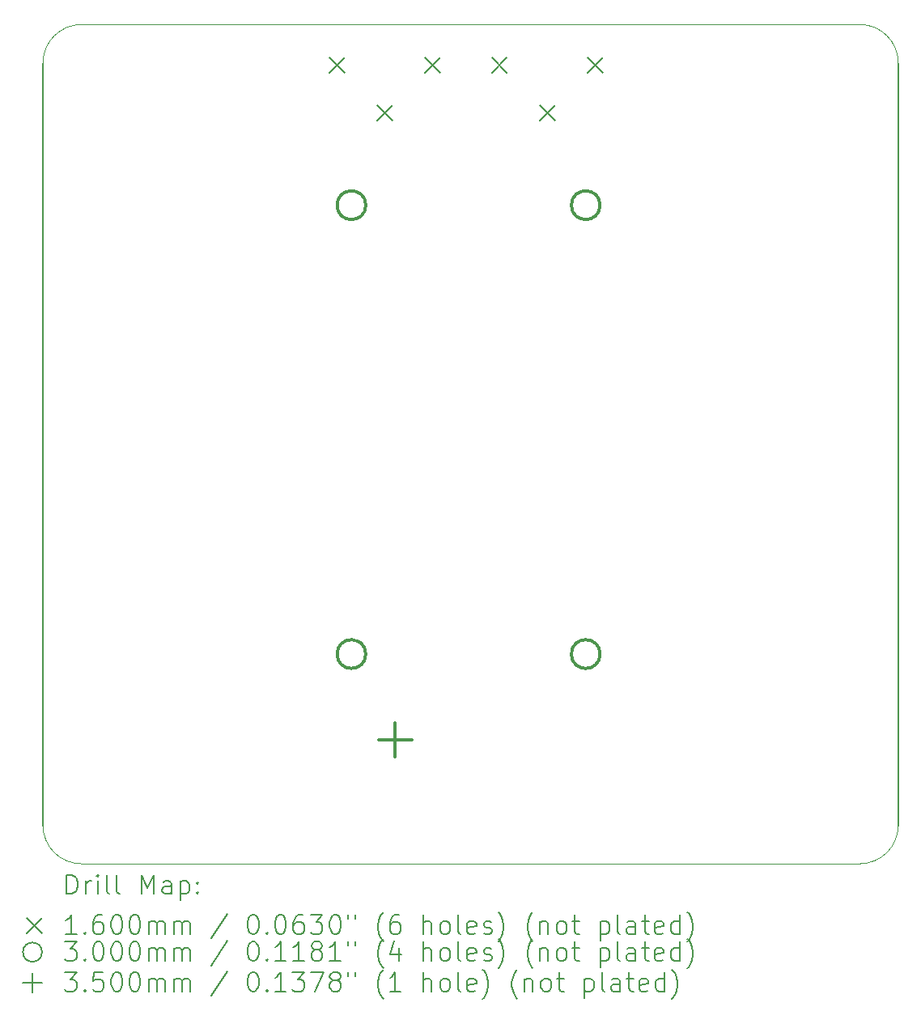
<source format=gbr>
%FSLAX45Y45*%
G04 Gerber Fmt 4.5, Leading zero omitted, Abs format (unit mm)*
G04 Created by KiCad (PCBNEW (6.0.4)) date 2023-03-25 19:23:12*
%MOMM*%
%LPD*%
G01*
G04 APERTURE LIST*
%TA.AperFunction,Profile*%
%ADD10C,0.100000*%
%TD*%
%TA.AperFunction,Profile*%
%ADD11C,0.200000*%
%TD*%
%ADD12C,0.200000*%
%ADD13C,0.160000*%
%ADD14C,0.300000*%
%ADD15C,0.350000*%
G04 APERTURE END LIST*
D10*
X5652843Y-6262843D02*
G75*
G03*
X5250000Y-6662843I0J-402853D01*
G01*
X14197157Y-6662843D02*
G75*
G03*
X13797157Y-6262843I-400000J0D01*
G01*
X13797157Y-15040000D02*
G75*
G03*
X14197157Y-14640000I0J400000D01*
G01*
X5250000Y-14640000D02*
G75*
G03*
X5650000Y-15040000I400000J0D01*
G01*
X13797157Y-6262843D02*
X5652843Y-6262843D01*
X5650000Y-15040000D02*
X13797157Y-15040000D01*
D11*
X14197157Y-6662843D02*
X14197157Y-14640000D01*
X5250000Y-6662843D02*
X5250000Y-14640000D01*
D12*
D13*
X8244600Y-6610000D02*
X8404600Y-6770000D01*
X8404600Y-6610000D02*
X8244600Y-6770000D01*
X8744600Y-7110000D02*
X8904600Y-7270000D01*
X8904600Y-7110000D02*
X8744600Y-7270000D01*
X9244600Y-6610000D02*
X9404600Y-6770000D01*
X9404600Y-6610000D02*
X9244600Y-6770000D01*
X9944600Y-6610000D02*
X10104600Y-6770000D01*
X10104600Y-6610000D02*
X9944600Y-6770000D01*
X10444600Y-7110000D02*
X10604600Y-7270000D01*
X10604600Y-7110000D02*
X10444600Y-7270000D01*
X10944600Y-6610000D02*
X11104600Y-6770000D01*
X11104600Y-6610000D02*
X10944600Y-6770000D01*
D14*
X8627000Y-8152500D02*
G75*
G03*
X8627000Y-8152500I-150000J0D01*
G01*
X8627000Y-12847500D02*
G75*
G03*
X8627000Y-12847500I-150000J0D01*
G01*
X11078000Y-8152500D02*
G75*
G03*
X11078000Y-8152500I-150000J0D01*
G01*
X11078000Y-12847500D02*
G75*
G03*
X11078000Y-12847500I-150000J0D01*
G01*
D15*
X8934000Y-13571000D02*
X8934000Y-13921000D01*
X8759000Y-13746000D02*
X9109000Y-13746000D01*
D12*
X5497619Y-15355476D02*
X5497619Y-15155476D01*
X5545238Y-15155476D01*
X5573810Y-15165000D01*
X5592857Y-15184048D01*
X5602381Y-15203095D01*
X5611905Y-15241190D01*
X5611905Y-15269762D01*
X5602381Y-15307857D01*
X5592857Y-15326905D01*
X5573810Y-15345952D01*
X5545238Y-15355476D01*
X5497619Y-15355476D01*
X5697619Y-15355476D02*
X5697619Y-15222143D01*
X5697619Y-15260238D02*
X5707143Y-15241190D01*
X5716667Y-15231667D01*
X5735714Y-15222143D01*
X5754762Y-15222143D01*
X5821428Y-15355476D02*
X5821428Y-15222143D01*
X5821428Y-15155476D02*
X5811905Y-15165000D01*
X5821428Y-15174524D01*
X5830952Y-15165000D01*
X5821428Y-15155476D01*
X5821428Y-15174524D01*
X5945238Y-15355476D02*
X5926190Y-15345952D01*
X5916667Y-15326905D01*
X5916667Y-15155476D01*
X6050000Y-15355476D02*
X6030952Y-15345952D01*
X6021428Y-15326905D01*
X6021428Y-15155476D01*
X6278571Y-15355476D02*
X6278571Y-15155476D01*
X6345238Y-15298333D01*
X6411905Y-15155476D01*
X6411905Y-15355476D01*
X6592857Y-15355476D02*
X6592857Y-15250714D01*
X6583333Y-15231667D01*
X6564286Y-15222143D01*
X6526190Y-15222143D01*
X6507143Y-15231667D01*
X6592857Y-15345952D02*
X6573809Y-15355476D01*
X6526190Y-15355476D01*
X6507143Y-15345952D01*
X6497619Y-15326905D01*
X6497619Y-15307857D01*
X6507143Y-15288809D01*
X6526190Y-15279286D01*
X6573809Y-15279286D01*
X6592857Y-15269762D01*
X6688095Y-15222143D02*
X6688095Y-15422143D01*
X6688095Y-15231667D02*
X6707143Y-15222143D01*
X6745238Y-15222143D01*
X6764286Y-15231667D01*
X6773809Y-15241190D01*
X6783333Y-15260238D01*
X6783333Y-15317381D01*
X6773809Y-15336428D01*
X6764286Y-15345952D01*
X6745238Y-15355476D01*
X6707143Y-15355476D01*
X6688095Y-15345952D01*
X6869048Y-15336428D02*
X6878571Y-15345952D01*
X6869048Y-15355476D01*
X6859524Y-15345952D01*
X6869048Y-15336428D01*
X6869048Y-15355476D01*
X6869048Y-15231667D02*
X6878571Y-15241190D01*
X6869048Y-15250714D01*
X6859524Y-15241190D01*
X6869048Y-15231667D01*
X6869048Y-15250714D01*
D13*
X5080000Y-15605000D02*
X5240000Y-15765000D01*
X5240000Y-15605000D02*
X5080000Y-15765000D01*
D12*
X5602381Y-15775476D02*
X5488095Y-15775476D01*
X5545238Y-15775476D02*
X5545238Y-15575476D01*
X5526190Y-15604048D01*
X5507143Y-15623095D01*
X5488095Y-15632619D01*
X5688095Y-15756428D02*
X5697619Y-15765952D01*
X5688095Y-15775476D01*
X5678571Y-15765952D01*
X5688095Y-15756428D01*
X5688095Y-15775476D01*
X5869048Y-15575476D02*
X5830952Y-15575476D01*
X5811905Y-15585000D01*
X5802381Y-15594524D01*
X5783333Y-15623095D01*
X5773809Y-15661190D01*
X5773809Y-15737381D01*
X5783333Y-15756428D01*
X5792857Y-15765952D01*
X5811905Y-15775476D01*
X5850000Y-15775476D01*
X5869048Y-15765952D01*
X5878571Y-15756428D01*
X5888095Y-15737381D01*
X5888095Y-15689762D01*
X5878571Y-15670714D01*
X5869048Y-15661190D01*
X5850000Y-15651667D01*
X5811905Y-15651667D01*
X5792857Y-15661190D01*
X5783333Y-15670714D01*
X5773809Y-15689762D01*
X6011905Y-15575476D02*
X6030952Y-15575476D01*
X6050000Y-15585000D01*
X6059524Y-15594524D01*
X6069048Y-15613571D01*
X6078571Y-15651667D01*
X6078571Y-15699286D01*
X6069048Y-15737381D01*
X6059524Y-15756428D01*
X6050000Y-15765952D01*
X6030952Y-15775476D01*
X6011905Y-15775476D01*
X5992857Y-15765952D01*
X5983333Y-15756428D01*
X5973809Y-15737381D01*
X5964286Y-15699286D01*
X5964286Y-15651667D01*
X5973809Y-15613571D01*
X5983333Y-15594524D01*
X5992857Y-15585000D01*
X6011905Y-15575476D01*
X6202381Y-15575476D02*
X6221428Y-15575476D01*
X6240476Y-15585000D01*
X6250000Y-15594524D01*
X6259524Y-15613571D01*
X6269048Y-15651667D01*
X6269048Y-15699286D01*
X6259524Y-15737381D01*
X6250000Y-15756428D01*
X6240476Y-15765952D01*
X6221428Y-15775476D01*
X6202381Y-15775476D01*
X6183333Y-15765952D01*
X6173809Y-15756428D01*
X6164286Y-15737381D01*
X6154762Y-15699286D01*
X6154762Y-15651667D01*
X6164286Y-15613571D01*
X6173809Y-15594524D01*
X6183333Y-15585000D01*
X6202381Y-15575476D01*
X6354762Y-15775476D02*
X6354762Y-15642143D01*
X6354762Y-15661190D02*
X6364286Y-15651667D01*
X6383333Y-15642143D01*
X6411905Y-15642143D01*
X6430952Y-15651667D01*
X6440476Y-15670714D01*
X6440476Y-15775476D01*
X6440476Y-15670714D02*
X6450000Y-15651667D01*
X6469048Y-15642143D01*
X6497619Y-15642143D01*
X6516667Y-15651667D01*
X6526190Y-15670714D01*
X6526190Y-15775476D01*
X6621428Y-15775476D02*
X6621428Y-15642143D01*
X6621428Y-15661190D02*
X6630952Y-15651667D01*
X6650000Y-15642143D01*
X6678571Y-15642143D01*
X6697619Y-15651667D01*
X6707143Y-15670714D01*
X6707143Y-15775476D01*
X6707143Y-15670714D02*
X6716667Y-15651667D01*
X6735714Y-15642143D01*
X6764286Y-15642143D01*
X6783333Y-15651667D01*
X6792857Y-15670714D01*
X6792857Y-15775476D01*
X7183333Y-15565952D02*
X7011905Y-15823095D01*
X7440476Y-15575476D02*
X7459524Y-15575476D01*
X7478571Y-15585000D01*
X7488095Y-15594524D01*
X7497619Y-15613571D01*
X7507143Y-15651667D01*
X7507143Y-15699286D01*
X7497619Y-15737381D01*
X7488095Y-15756428D01*
X7478571Y-15765952D01*
X7459524Y-15775476D01*
X7440476Y-15775476D01*
X7421428Y-15765952D01*
X7411905Y-15756428D01*
X7402381Y-15737381D01*
X7392857Y-15699286D01*
X7392857Y-15651667D01*
X7402381Y-15613571D01*
X7411905Y-15594524D01*
X7421428Y-15585000D01*
X7440476Y-15575476D01*
X7592857Y-15756428D02*
X7602381Y-15765952D01*
X7592857Y-15775476D01*
X7583333Y-15765952D01*
X7592857Y-15756428D01*
X7592857Y-15775476D01*
X7726190Y-15575476D02*
X7745238Y-15575476D01*
X7764286Y-15585000D01*
X7773809Y-15594524D01*
X7783333Y-15613571D01*
X7792857Y-15651667D01*
X7792857Y-15699286D01*
X7783333Y-15737381D01*
X7773809Y-15756428D01*
X7764286Y-15765952D01*
X7745238Y-15775476D01*
X7726190Y-15775476D01*
X7707143Y-15765952D01*
X7697619Y-15756428D01*
X7688095Y-15737381D01*
X7678571Y-15699286D01*
X7678571Y-15651667D01*
X7688095Y-15613571D01*
X7697619Y-15594524D01*
X7707143Y-15585000D01*
X7726190Y-15575476D01*
X7964286Y-15575476D02*
X7926190Y-15575476D01*
X7907143Y-15585000D01*
X7897619Y-15594524D01*
X7878571Y-15623095D01*
X7869048Y-15661190D01*
X7869048Y-15737381D01*
X7878571Y-15756428D01*
X7888095Y-15765952D01*
X7907143Y-15775476D01*
X7945238Y-15775476D01*
X7964286Y-15765952D01*
X7973809Y-15756428D01*
X7983333Y-15737381D01*
X7983333Y-15689762D01*
X7973809Y-15670714D01*
X7964286Y-15661190D01*
X7945238Y-15651667D01*
X7907143Y-15651667D01*
X7888095Y-15661190D01*
X7878571Y-15670714D01*
X7869048Y-15689762D01*
X8050000Y-15575476D02*
X8173809Y-15575476D01*
X8107143Y-15651667D01*
X8135714Y-15651667D01*
X8154762Y-15661190D01*
X8164286Y-15670714D01*
X8173809Y-15689762D01*
X8173809Y-15737381D01*
X8164286Y-15756428D01*
X8154762Y-15765952D01*
X8135714Y-15775476D01*
X8078571Y-15775476D01*
X8059524Y-15765952D01*
X8050000Y-15756428D01*
X8297619Y-15575476D02*
X8316667Y-15575476D01*
X8335714Y-15585000D01*
X8345238Y-15594524D01*
X8354762Y-15613571D01*
X8364286Y-15651667D01*
X8364286Y-15699286D01*
X8354762Y-15737381D01*
X8345238Y-15756428D01*
X8335714Y-15765952D01*
X8316667Y-15775476D01*
X8297619Y-15775476D01*
X8278571Y-15765952D01*
X8269048Y-15756428D01*
X8259524Y-15737381D01*
X8250000Y-15699286D01*
X8250000Y-15651667D01*
X8259524Y-15613571D01*
X8269048Y-15594524D01*
X8278571Y-15585000D01*
X8297619Y-15575476D01*
X8440476Y-15575476D02*
X8440476Y-15613571D01*
X8516667Y-15575476D02*
X8516667Y-15613571D01*
X8811905Y-15851667D02*
X8802381Y-15842143D01*
X8783333Y-15813571D01*
X8773810Y-15794524D01*
X8764286Y-15765952D01*
X8754762Y-15718333D01*
X8754762Y-15680238D01*
X8764286Y-15632619D01*
X8773810Y-15604048D01*
X8783333Y-15585000D01*
X8802381Y-15556428D01*
X8811905Y-15546905D01*
X8973810Y-15575476D02*
X8935714Y-15575476D01*
X8916667Y-15585000D01*
X8907143Y-15594524D01*
X8888095Y-15623095D01*
X8878571Y-15661190D01*
X8878571Y-15737381D01*
X8888095Y-15756428D01*
X8897619Y-15765952D01*
X8916667Y-15775476D01*
X8954762Y-15775476D01*
X8973810Y-15765952D01*
X8983333Y-15756428D01*
X8992857Y-15737381D01*
X8992857Y-15689762D01*
X8983333Y-15670714D01*
X8973810Y-15661190D01*
X8954762Y-15651667D01*
X8916667Y-15651667D01*
X8897619Y-15661190D01*
X8888095Y-15670714D01*
X8878571Y-15689762D01*
X9230952Y-15775476D02*
X9230952Y-15575476D01*
X9316667Y-15775476D02*
X9316667Y-15670714D01*
X9307143Y-15651667D01*
X9288095Y-15642143D01*
X9259524Y-15642143D01*
X9240476Y-15651667D01*
X9230952Y-15661190D01*
X9440476Y-15775476D02*
X9421429Y-15765952D01*
X9411905Y-15756428D01*
X9402381Y-15737381D01*
X9402381Y-15680238D01*
X9411905Y-15661190D01*
X9421429Y-15651667D01*
X9440476Y-15642143D01*
X9469048Y-15642143D01*
X9488095Y-15651667D01*
X9497619Y-15661190D01*
X9507143Y-15680238D01*
X9507143Y-15737381D01*
X9497619Y-15756428D01*
X9488095Y-15765952D01*
X9469048Y-15775476D01*
X9440476Y-15775476D01*
X9621429Y-15775476D02*
X9602381Y-15765952D01*
X9592857Y-15746905D01*
X9592857Y-15575476D01*
X9773810Y-15765952D02*
X9754762Y-15775476D01*
X9716667Y-15775476D01*
X9697619Y-15765952D01*
X9688095Y-15746905D01*
X9688095Y-15670714D01*
X9697619Y-15651667D01*
X9716667Y-15642143D01*
X9754762Y-15642143D01*
X9773810Y-15651667D01*
X9783333Y-15670714D01*
X9783333Y-15689762D01*
X9688095Y-15708809D01*
X9859524Y-15765952D02*
X9878571Y-15775476D01*
X9916667Y-15775476D01*
X9935714Y-15765952D01*
X9945238Y-15746905D01*
X9945238Y-15737381D01*
X9935714Y-15718333D01*
X9916667Y-15708809D01*
X9888095Y-15708809D01*
X9869048Y-15699286D01*
X9859524Y-15680238D01*
X9859524Y-15670714D01*
X9869048Y-15651667D01*
X9888095Y-15642143D01*
X9916667Y-15642143D01*
X9935714Y-15651667D01*
X10011905Y-15851667D02*
X10021429Y-15842143D01*
X10040476Y-15813571D01*
X10050000Y-15794524D01*
X10059524Y-15765952D01*
X10069048Y-15718333D01*
X10069048Y-15680238D01*
X10059524Y-15632619D01*
X10050000Y-15604048D01*
X10040476Y-15585000D01*
X10021429Y-15556428D01*
X10011905Y-15546905D01*
X10373810Y-15851667D02*
X10364286Y-15842143D01*
X10345238Y-15813571D01*
X10335714Y-15794524D01*
X10326190Y-15765952D01*
X10316667Y-15718333D01*
X10316667Y-15680238D01*
X10326190Y-15632619D01*
X10335714Y-15604048D01*
X10345238Y-15585000D01*
X10364286Y-15556428D01*
X10373810Y-15546905D01*
X10450000Y-15642143D02*
X10450000Y-15775476D01*
X10450000Y-15661190D02*
X10459524Y-15651667D01*
X10478571Y-15642143D01*
X10507143Y-15642143D01*
X10526190Y-15651667D01*
X10535714Y-15670714D01*
X10535714Y-15775476D01*
X10659524Y-15775476D02*
X10640476Y-15765952D01*
X10630952Y-15756428D01*
X10621429Y-15737381D01*
X10621429Y-15680238D01*
X10630952Y-15661190D01*
X10640476Y-15651667D01*
X10659524Y-15642143D01*
X10688095Y-15642143D01*
X10707143Y-15651667D01*
X10716667Y-15661190D01*
X10726190Y-15680238D01*
X10726190Y-15737381D01*
X10716667Y-15756428D01*
X10707143Y-15765952D01*
X10688095Y-15775476D01*
X10659524Y-15775476D01*
X10783333Y-15642143D02*
X10859524Y-15642143D01*
X10811905Y-15575476D02*
X10811905Y-15746905D01*
X10821429Y-15765952D01*
X10840476Y-15775476D01*
X10859524Y-15775476D01*
X11078571Y-15642143D02*
X11078571Y-15842143D01*
X11078571Y-15651667D02*
X11097619Y-15642143D01*
X11135714Y-15642143D01*
X11154762Y-15651667D01*
X11164286Y-15661190D01*
X11173810Y-15680238D01*
X11173810Y-15737381D01*
X11164286Y-15756428D01*
X11154762Y-15765952D01*
X11135714Y-15775476D01*
X11097619Y-15775476D01*
X11078571Y-15765952D01*
X11288095Y-15775476D02*
X11269048Y-15765952D01*
X11259524Y-15746905D01*
X11259524Y-15575476D01*
X11450000Y-15775476D02*
X11450000Y-15670714D01*
X11440476Y-15651667D01*
X11421428Y-15642143D01*
X11383333Y-15642143D01*
X11364286Y-15651667D01*
X11450000Y-15765952D02*
X11430952Y-15775476D01*
X11383333Y-15775476D01*
X11364286Y-15765952D01*
X11354762Y-15746905D01*
X11354762Y-15727857D01*
X11364286Y-15708809D01*
X11383333Y-15699286D01*
X11430952Y-15699286D01*
X11450000Y-15689762D01*
X11516667Y-15642143D02*
X11592857Y-15642143D01*
X11545238Y-15575476D02*
X11545238Y-15746905D01*
X11554762Y-15765952D01*
X11573809Y-15775476D01*
X11592857Y-15775476D01*
X11735714Y-15765952D02*
X11716667Y-15775476D01*
X11678571Y-15775476D01*
X11659524Y-15765952D01*
X11650000Y-15746905D01*
X11650000Y-15670714D01*
X11659524Y-15651667D01*
X11678571Y-15642143D01*
X11716667Y-15642143D01*
X11735714Y-15651667D01*
X11745238Y-15670714D01*
X11745238Y-15689762D01*
X11650000Y-15708809D01*
X11916667Y-15775476D02*
X11916667Y-15575476D01*
X11916667Y-15765952D02*
X11897619Y-15775476D01*
X11859524Y-15775476D01*
X11840476Y-15765952D01*
X11830952Y-15756428D01*
X11821428Y-15737381D01*
X11821428Y-15680238D01*
X11830952Y-15661190D01*
X11840476Y-15651667D01*
X11859524Y-15642143D01*
X11897619Y-15642143D01*
X11916667Y-15651667D01*
X11992857Y-15851667D02*
X12002381Y-15842143D01*
X12021428Y-15813571D01*
X12030952Y-15794524D01*
X12040476Y-15765952D01*
X12050000Y-15718333D01*
X12050000Y-15680238D01*
X12040476Y-15632619D01*
X12030952Y-15604048D01*
X12021428Y-15585000D01*
X12002381Y-15556428D01*
X11992857Y-15546905D01*
X5240000Y-15965000D02*
G75*
G03*
X5240000Y-15965000I-100000J0D01*
G01*
X5478571Y-15855476D02*
X5602381Y-15855476D01*
X5535714Y-15931667D01*
X5564286Y-15931667D01*
X5583333Y-15941190D01*
X5592857Y-15950714D01*
X5602381Y-15969762D01*
X5602381Y-16017381D01*
X5592857Y-16036428D01*
X5583333Y-16045952D01*
X5564286Y-16055476D01*
X5507143Y-16055476D01*
X5488095Y-16045952D01*
X5478571Y-16036428D01*
X5688095Y-16036428D02*
X5697619Y-16045952D01*
X5688095Y-16055476D01*
X5678571Y-16045952D01*
X5688095Y-16036428D01*
X5688095Y-16055476D01*
X5821428Y-15855476D02*
X5840476Y-15855476D01*
X5859524Y-15865000D01*
X5869048Y-15874524D01*
X5878571Y-15893571D01*
X5888095Y-15931667D01*
X5888095Y-15979286D01*
X5878571Y-16017381D01*
X5869048Y-16036428D01*
X5859524Y-16045952D01*
X5840476Y-16055476D01*
X5821428Y-16055476D01*
X5802381Y-16045952D01*
X5792857Y-16036428D01*
X5783333Y-16017381D01*
X5773809Y-15979286D01*
X5773809Y-15931667D01*
X5783333Y-15893571D01*
X5792857Y-15874524D01*
X5802381Y-15865000D01*
X5821428Y-15855476D01*
X6011905Y-15855476D02*
X6030952Y-15855476D01*
X6050000Y-15865000D01*
X6059524Y-15874524D01*
X6069048Y-15893571D01*
X6078571Y-15931667D01*
X6078571Y-15979286D01*
X6069048Y-16017381D01*
X6059524Y-16036428D01*
X6050000Y-16045952D01*
X6030952Y-16055476D01*
X6011905Y-16055476D01*
X5992857Y-16045952D01*
X5983333Y-16036428D01*
X5973809Y-16017381D01*
X5964286Y-15979286D01*
X5964286Y-15931667D01*
X5973809Y-15893571D01*
X5983333Y-15874524D01*
X5992857Y-15865000D01*
X6011905Y-15855476D01*
X6202381Y-15855476D02*
X6221428Y-15855476D01*
X6240476Y-15865000D01*
X6250000Y-15874524D01*
X6259524Y-15893571D01*
X6269048Y-15931667D01*
X6269048Y-15979286D01*
X6259524Y-16017381D01*
X6250000Y-16036428D01*
X6240476Y-16045952D01*
X6221428Y-16055476D01*
X6202381Y-16055476D01*
X6183333Y-16045952D01*
X6173809Y-16036428D01*
X6164286Y-16017381D01*
X6154762Y-15979286D01*
X6154762Y-15931667D01*
X6164286Y-15893571D01*
X6173809Y-15874524D01*
X6183333Y-15865000D01*
X6202381Y-15855476D01*
X6354762Y-16055476D02*
X6354762Y-15922143D01*
X6354762Y-15941190D02*
X6364286Y-15931667D01*
X6383333Y-15922143D01*
X6411905Y-15922143D01*
X6430952Y-15931667D01*
X6440476Y-15950714D01*
X6440476Y-16055476D01*
X6440476Y-15950714D02*
X6450000Y-15931667D01*
X6469048Y-15922143D01*
X6497619Y-15922143D01*
X6516667Y-15931667D01*
X6526190Y-15950714D01*
X6526190Y-16055476D01*
X6621428Y-16055476D02*
X6621428Y-15922143D01*
X6621428Y-15941190D02*
X6630952Y-15931667D01*
X6650000Y-15922143D01*
X6678571Y-15922143D01*
X6697619Y-15931667D01*
X6707143Y-15950714D01*
X6707143Y-16055476D01*
X6707143Y-15950714D02*
X6716667Y-15931667D01*
X6735714Y-15922143D01*
X6764286Y-15922143D01*
X6783333Y-15931667D01*
X6792857Y-15950714D01*
X6792857Y-16055476D01*
X7183333Y-15845952D02*
X7011905Y-16103095D01*
X7440476Y-15855476D02*
X7459524Y-15855476D01*
X7478571Y-15865000D01*
X7488095Y-15874524D01*
X7497619Y-15893571D01*
X7507143Y-15931667D01*
X7507143Y-15979286D01*
X7497619Y-16017381D01*
X7488095Y-16036428D01*
X7478571Y-16045952D01*
X7459524Y-16055476D01*
X7440476Y-16055476D01*
X7421428Y-16045952D01*
X7411905Y-16036428D01*
X7402381Y-16017381D01*
X7392857Y-15979286D01*
X7392857Y-15931667D01*
X7402381Y-15893571D01*
X7411905Y-15874524D01*
X7421428Y-15865000D01*
X7440476Y-15855476D01*
X7592857Y-16036428D02*
X7602381Y-16045952D01*
X7592857Y-16055476D01*
X7583333Y-16045952D01*
X7592857Y-16036428D01*
X7592857Y-16055476D01*
X7792857Y-16055476D02*
X7678571Y-16055476D01*
X7735714Y-16055476D02*
X7735714Y-15855476D01*
X7716667Y-15884048D01*
X7697619Y-15903095D01*
X7678571Y-15912619D01*
X7983333Y-16055476D02*
X7869048Y-16055476D01*
X7926190Y-16055476D02*
X7926190Y-15855476D01*
X7907143Y-15884048D01*
X7888095Y-15903095D01*
X7869048Y-15912619D01*
X8097619Y-15941190D02*
X8078571Y-15931667D01*
X8069048Y-15922143D01*
X8059524Y-15903095D01*
X8059524Y-15893571D01*
X8069048Y-15874524D01*
X8078571Y-15865000D01*
X8097619Y-15855476D01*
X8135714Y-15855476D01*
X8154762Y-15865000D01*
X8164286Y-15874524D01*
X8173809Y-15893571D01*
X8173809Y-15903095D01*
X8164286Y-15922143D01*
X8154762Y-15931667D01*
X8135714Y-15941190D01*
X8097619Y-15941190D01*
X8078571Y-15950714D01*
X8069048Y-15960238D01*
X8059524Y-15979286D01*
X8059524Y-16017381D01*
X8069048Y-16036428D01*
X8078571Y-16045952D01*
X8097619Y-16055476D01*
X8135714Y-16055476D01*
X8154762Y-16045952D01*
X8164286Y-16036428D01*
X8173809Y-16017381D01*
X8173809Y-15979286D01*
X8164286Y-15960238D01*
X8154762Y-15950714D01*
X8135714Y-15941190D01*
X8364286Y-16055476D02*
X8250000Y-16055476D01*
X8307143Y-16055476D02*
X8307143Y-15855476D01*
X8288095Y-15884048D01*
X8269048Y-15903095D01*
X8250000Y-15912619D01*
X8440476Y-15855476D02*
X8440476Y-15893571D01*
X8516667Y-15855476D02*
X8516667Y-15893571D01*
X8811905Y-16131667D02*
X8802381Y-16122143D01*
X8783333Y-16093571D01*
X8773810Y-16074524D01*
X8764286Y-16045952D01*
X8754762Y-15998333D01*
X8754762Y-15960238D01*
X8764286Y-15912619D01*
X8773810Y-15884048D01*
X8783333Y-15865000D01*
X8802381Y-15836428D01*
X8811905Y-15826905D01*
X8973810Y-15922143D02*
X8973810Y-16055476D01*
X8926190Y-15845952D02*
X8878571Y-15988809D01*
X9002381Y-15988809D01*
X9230952Y-16055476D02*
X9230952Y-15855476D01*
X9316667Y-16055476D02*
X9316667Y-15950714D01*
X9307143Y-15931667D01*
X9288095Y-15922143D01*
X9259524Y-15922143D01*
X9240476Y-15931667D01*
X9230952Y-15941190D01*
X9440476Y-16055476D02*
X9421429Y-16045952D01*
X9411905Y-16036428D01*
X9402381Y-16017381D01*
X9402381Y-15960238D01*
X9411905Y-15941190D01*
X9421429Y-15931667D01*
X9440476Y-15922143D01*
X9469048Y-15922143D01*
X9488095Y-15931667D01*
X9497619Y-15941190D01*
X9507143Y-15960238D01*
X9507143Y-16017381D01*
X9497619Y-16036428D01*
X9488095Y-16045952D01*
X9469048Y-16055476D01*
X9440476Y-16055476D01*
X9621429Y-16055476D02*
X9602381Y-16045952D01*
X9592857Y-16026905D01*
X9592857Y-15855476D01*
X9773810Y-16045952D02*
X9754762Y-16055476D01*
X9716667Y-16055476D01*
X9697619Y-16045952D01*
X9688095Y-16026905D01*
X9688095Y-15950714D01*
X9697619Y-15931667D01*
X9716667Y-15922143D01*
X9754762Y-15922143D01*
X9773810Y-15931667D01*
X9783333Y-15950714D01*
X9783333Y-15969762D01*
X9688095Y-15988809D01*
X9859524Y-16045952D02*
X9878571Y-16055476D01*
X9916667Y-16055476D01*
X9935714Y-16045952D01*
X9945238Y-16026905D01*
X9945238Y-16017381D01*
X9935714Y-15998333D01*
X9916667Y-15988809D01*
X9888095Y-15988809D01*
X9869048Y-15979286D01*
X9859524Y-15960238D01*
X9859524Y-15950714D01*
X9869048Y-15931667D01*
X9888095Y-15922143D01*
X9916667Y-15922143D01*
X9935714Y-15931667D01*
X10011905Y-16131667D02*
X10021429Y-16122143D01*
X10040476Y-16093571D01*
X10050000Y-16074524D01*
X10059524Y-16045952D01*
X10069048Y-15998333D01*
X10069048Y-15960238D01*
X10059524Y-15912619D01*
X10050000Y-15884048D01*
X10040476Y-15865000D01*
X10021429Y-15836428D01*
X10011905Y-15826905D01*
X10373810Y-16131667D02*
X10364286Y-16122143D01*
X10345238Y-16093571D01*
X10335714Y-16074524D01*
X10326190Y-16045952D01*
X10316667Y-15998333D01*
X10316667Y-15960238D01*
X10326190Y-15912619D01*
X10335714Y-15884048D01*
X10345238Y-15865000D01*
X10364286Y-15836428D01*
X10373810Y-15826905D01*
X10450000Y-15922143D02*
X10450000Y-16055476D01*
X10450000Y-15941190D02*
X10459524Y-15931667D01*
X10478571Y-15922143D01*
X10507143Y-15922143D01*
X10526190Y-15931667D01*
X10535714Y-15950714D01*
X10535714Y-16055476D01*
X10659524Y-16055476D02*
X10640476Y-16045952D01*
X10630952Y-16036428D01*
X10621429Y-16017381D01*
X10621429Y-15960238D01*
X10630952Y-15941190D01*
X10640476Y-15931667D01*
X10659524Y-15922143D01*
X10688095Y-15922143D01*
X10707143Y-15931667D01*
X10716667Y-15941190D01*
X10726190Y-15960238D01*
X10726190Y-16017381D01*
X10716667Y-16036428D01*
X10707143Y-16045952D01*
X10688095Y-16055476D01*
X10659524Y-16055476D01*
X10783333Y-15922143D02*
X10859524Y-15922143D01*
X10811905Y-15855476D02*
X10811905Y-16026905D01*
X10821429Y-16045952D01*
X10840476Y-16055476D01*
X10859524Y-16055476D01*
X11078571Y-15922143D02*
X11078571Y-16122143D01*
X11078571Y-15931667D02*
X11097619Y-15922143D01*
X11135714Y-15922143D01*
X11154762Y-15931667D01*
X11164286Y-15941190D01*
X11173810Y-15960238D01*
X11173810Y-16017381D01*
X11164286Y-16036428D01*
X11154762Y-16045952D01*
X11135714Y-16055476D01*
X11097619Y-16055476D01*
X11078571Y-16045952D01*
X11288095Y-16055476D02*
X11269048Y-16045952D01*
X11259524Y-16026905D01*
X11259524Y-15855476D01*
X11450000Y-16055476D02*
X11450000Y-15950714D01*
X11440476Y-15931667D01*
X11421428Y-15922143D01*
X11383333Y-15922143D01*
X11364286Y-15931667D01*
X11450000Y-16045952D02*
X11430952Y-16055476D01*
X11383333Y-16055476D01*
X11364286Y-16045952D01*
X11354762Y-16026905D01*
X11354762Y-16007857D01*
X11364286Y-15988809D01*
X11383333Y-15979286D01*
X11430952Y-15979286D01*
X11450000Y-15969762D01*
X11516667Y-15922143D02*
X11592857Y-15922143D01*
X11545238Y-15855476D02*
X11545238Y-16026905D01*
X11554762Y-16045952D01*
X11573809Y-16055476D01*
X11592857Y-16055476D01*
X11735714Y-16045952D02*
X11716667Y-16055476D01*
X11678571Y-16055476D01*
X11659524Y-16045952D01*
X11650000Y-16026905D01*
X11650000Y-15950714D01*
X11659524Y-15931667D01*
X11678571Y-15922143D01*
X11716667Y-15922143D01*
X11735714Y-15931667D01*
X11745238Y-15950714D01*
X11745238Y-15969762D01*
X11650000Y-15988809D01*
X11916667Y-16055476D02*
X11916667Y-15855476D01*
X11916667Y-16045952D02*
X11897619Y-16055476D01*
X11859524Y-16055476D01*
X11840476Y-16045952D01*
X11830952Y-16036428D01*
X11821428Y-16017381D01*
X11821428Y-15960238D01*
X11830952Y-15941190D01*
X11840476Y-15931667D01*
X11859524Y-15922143D01*
X11897619Y-15922143D01*
X11916667Y-15931667D01*
X11992857Y-16131667D02*
X12002381Y-16122143D01*
X12021428Y-16093571D01*
X12030952Y-16074524D01*
X12040476Y-16045952D01*
X12050000Y-15998333D01*
X12050000Y-15960238D01*
X12040476Y-15912619D01*
X12030952Y-15884048D01*
X12021428Y-15865000D01*
X12002381Y-15836428D01*
X11992857Y-15826905D01*
X5140000Y-16185000D02*
X5140000Y-16385000D01*
X5040000Y-16285000D02*
X5240000Y-16285000D01*
X5478571Y-16175476D02*
X5602381Y-16175476D01*
X5535714Y-16251667D01*
X5564286Y-16251667D01*
X5583333Y-16261190D01*
X5592857Y-16270714D01*
X5602381Y-16289762D01*
X5602381Y-16337381D01*
X5592857Y-16356428D01*
X5583333Y-16365952D01*
X5564286Y-16375476D01*
X5507143Y-16375476D01*
X5488095Y-16365952D01*
X5478571Y-16356428D01*
X5688095Y-16356428D02*
X5697619Y-16365952D01*
X5688095Y-16375476D01*
X5678571Y-16365952D01*
X5688095Y-16356428D01*
X5688095Y-16375476D01*
X5878571Y-16175476D02*
X5783333Y-16175476D01*
X5773809Y-16270714D01*
X5783333Y-16261190D01*
X5802381Y-16251667D01*
X5850000Y-16251667D01*
X5869048Y-16261190D01*
X5878571Y-16270714D01*
X5888095Y-16289762D01*
X5888095Y-16337381D01*
X5878571Y-16356428D01*
X5869048Y-16365952D01*
X5850000Y-16375476D01*
X5802381Y-16375476D01*
X5783333Y-16365952D01*
X5773809Y-16356428D01*
X6011905Y-16175476D02*
X6030952Y-16175476D01*
X6050000Y-16185000D01*
X6059524Y-16194524D01*
X6069048Y-16213571D01*
X6078571Y-16251667D01*
X6078571Y-16299286D01*
X6069048Y-16337381D01*
X6059524Y-16356428D01*
X6050000Y-16365952D01*
X6030952Y-16375476D01*
X6011905Y-16375476D01*
X5992857Y-16365952D01*
X5983333Y-16356428D01*
X5973809Y-16337381D01*
X5964286Y-16299286D01*
X5964286Y-16251667D01*
X5973809Y-16213571D01*
X5983333Y-16194524D01*
X5992857Y-16185000D01*
X6011905Y-16175476D01*
X6202381Y-16175476D02*
X6221428Y-16175476D01*
X6240476Y-16185000D01*
X6250000Y-16194524D01*
X6259524Y-16213571D01*
X6269048Y-16251667D01*
X6269048Y-16299286D01*
X6259524Y-16337381D01*
X6250000Y-16356428D01*
X6240476Y-16365952D01*
X6221428Y-16375476D01*
X6202381Y-16375476D01*
X6183333Y-16365952D01*
X6173809Y-16356428D01*
X6164286Y-16337381D01*
X6154762Y-16299286D01*
X6154762Y-16251667D01*
X6164286Y-16213571D01*
X6173809Y-16194524D01*
X6183333Y-16185000D01*
X6202381Y-16175476D01*
X6354762Y-16375476D02*
X6354762Y-16242143D01*
X6354762Y-16261190D02*
X6364286Y-16251667D01*
X6383333Y-16242143D01*
X6411905Y-16242143D01*
X6430952Y-16251667D01*
X6440476Y-16270714D01*
X6440476Y-16375476D01*
X6440476Y-16270714D02*
X6450000Y-16251667D01*
X6469048Y-16242143D01*
X6497619Y-16242143D01*
X6516667Y-16251667D01*
X6526190Y-16270714D01*
X6526190Y-16375476D01*
X6621428Y-16375476D02*
X6621428Y-16242143D01*
X6621428Y-16261190D02*
X6630952Y-16251667D01*
X6650000Y-16242143D01*
X6678571Y-16242143D01*
X6697619Y-16251667D01*
X6707143Y-16270714D01*
X6707143Y-16375476D01*
X6707143Y-16270714D02*
X6716667Y-16251667D01*
X6735714Y-16242143D01*
X6764286Y-16242143D01*
X6783333Y-16251667D01*
X6792857Y-16270714D01*
X6792857Y-16375476D01*
X7183333Y-16165952D02*
X7011905Y-16423095D01*
X7440476Y-16175476D02*
X7459524Y-16175476D01*
X7478571Y-16185000D01*
X7488095Y-16194524D01*
X7497619Y-16213571D01*
X7507143Y-16251667D01*
X7507143Y-16299286D01*
X7497619Y-16337381D01*
X7488095Y-16356428D01*
X7478571Y-16365952D01*
X7459524Y-16375476D01*
X7440476Y-16375476D01*
X7421428Y-16365952D01*
X7411905Y-16356428D01*
X7402381Y-16337381D01*
X7392857Y-16299286D01*
X7392857Y-16251667D01*
X7402381Y-16213571D01*
X7411905Y-16194524D01*
X7421428Y-16185000D01*
X7440476Y-16175476D01*
X7592857Y-16356428D02*
X7602381Y-16365952D01*
X7592857Y-16375476D01*
X7583333Y-16365952D01*
X7592857Y-16356428D01*
X7592857Y-16375476D01*
X7792857Y-16375476D02*
X7678571Y-16375476D01*
X7735714Y-16375476D02*
X7735714Y-16175476D01*
X7716667Y-16204048D01*
X7697619Y-16223095D01*
X7678571Y-16232619D01*
X7859524Y-16175476D02*
X7983333Y-16175476D01*
X7916667Y-16251667D01*
X7945238Y-16251667D01*
X7964286Y-16261190D01*
X7973809Y-16270714D01*
X7983333Y-16289762D01*
X7983333Y-16337381D01*
X7973809Y-16356428D01*
X7964286Y-16365952D01*
X7945238Y-16375476D01*
X7888095Y-16375476D01*
X7869048Y-16365952D01*
X7859524Y-16356428D01*
X8050000Y-16175476D02*
X8183333Y-16175476D01*
X8097619Y-16375476D01*
X8288095Y-16261190D02*
X8269048Y-16251667D01*
X8259524Y-16242143D01*
X8250000Y-16223095D01*
X8250000Y-16213571D01*
X8259524Y-16194524D01*
X8269048Y-16185000D01*
X8288095Y-16175476D01*
X8326190Y-16175476D01*
X8345238Y-16185000D01*
X8354762Y-16194524D01*
X8364286Y-16213571D01*
X8364286Y-16223095D01*
X8354762Y-16242143D01*
X8345238Y-16251667D01*
X8326190Y-16261190D01*
X8288095Y-16261190D01*
X8269048Y-16270714D01*
X8259524Y-16280238D01*
X8250000Y-16299286D01*
X8250000Y-16337381D01*
X8259524Y-16356428D01*
X8269048Y-16365952D01*
X8288095Y-16375476D01*
X8326190Y-16375476D01*
X8345238Y-16365952D01*
X8354762Y-16356428D01*
X8364286Y-16337381D01*
X8364286Y-16299286D01*
X8354762Y-16280238D01*
X8345238Y-16270714D01*
X8326190Y-16261190D01*
X8440476Y-16175476D02*
X8440476Y-16213571D01*
X8516667Y-16175476D02*
X8516667Y-16213571D01*
X8811905Y-16451667D02*
X8802381Y-16442143D01*
X8783333Y-16413571D01*
X8773810Y-16394524D01*
X8764286Y-16365952D01*
X8754762Y-16318333D01*
X8754762Y-16280238D01*
X8764286Y-16232619D01*
X8773810Y-16204048D01*
X8783333Y-16185000D01*
X8802381Y-16156428D01*
X8811905Y-16146905D01*
X8992857Y-16375476D02*
X8878571Y-16375476D01*
X8935714Y-16375476D02*
X8935714Y-16175476D01*
X8916667Y-16204048D01*
X8897619Y-16223095D01*
X8878571Y-16232619D01*
X9230952Y-16375476D02*
X9230952Y-16175476D01*
X9316667Y-16375476D02*
X9316667Y-16270714D01*
X9307143Y-16251667D01*
X9288095Y-16242143D01*
X9259524Y-16242143D01*
X9240476Y-16251667D01*
X9230952Y-16261190D01*
X9440476Y-16375476D02*
X9421429Y-16365952D01*
X9411905Y-16356428D01*
X9402381Y-16337381D01*
X9402381Y-16280238D01*
X9411905Y-16261190D01*
X9421429Y-16251667D01*
X9440476Y-16242143D01*
X9469048Y-16242143D01*
X9488095Y-16251667D01*
X9497619Y-16261190D01*
X9507143Y-16280238D01*
X9507143Y-16337381D01*
X9497619Y-16356428D01*
X9488095Y-16365952D01*
X9469048Y-16375476D01*
X9440476Y-16375476D01*
X9621429Y-16375476D02*
X9602381Y-16365952D01*
X9592857Y-16346905D01*
X9592857Y-16175476D01*
X9773810Y-16365952D02*
X9754762Y-16375476D01*
X9716667Y-16375476D01*
X9697619Y-16365952D01*
X9688095Y-16346905D01*
X9688095Y-16270714D01*
X9697619Y-16251667D01*
X9716667Y-16242143D01*
X9754762Y-16242143D01*
X9773810Y-16251667D01*
X9783333Y-16270714D01*
X9783333Y-16289762D01*
X9688095Y-16308809D01*
X9850000Y-16451667D02*
X9859524Y-16442143D01*
X9878571Y-16413571D01*
X9888095Y-16394524D01*
X9897619Y-16365952D01*
X9907143Y-16318333D01*
X9907143Y-16280238D01*
X9897619Y-16232619D01*
X9888095Y-16204048D01*
X9878571Y-16185000D01*
X9859524Y-16156428D01*
X9850000Y-16146905D01*
X10211905Y-16451667D02*
X10202381Y-16442143D01*
X10183333Y-16413571D01*
X10173810Y-16394524D01*
X10164286Y-16365952D01*
X10154762Y-16318333D01*
X10154762Y-16280238D01*
X10164286Y-16232619D01*
X10173810Y-16204048D01*
X10183333Y-16185000D01*
X10202381Y-16156428D01*
X10211905Y-16146905D01*
X10288095Y-16242143D02*
X10288095Y-16375476D01*
X10288095Y-16261190D02*
X10297619Y-16251667D01*
X10316667Y-16242143D01*
X10345238Y-16242143D01*
X10364286Y-16251667D01*
X10373810Y-16270714D01*
X10373810Y-16375476D01*
X10497619Y-16375476D02*
X10478571Y-16365952D01*
X10469048Y-16356428D01*
X10459524Y-16337381D01*
X10459524Y-16280238D01*
X10469048Y-16261190D01*
X10478571Y-16251667D01*
X10497619Y-16242143D01*
X10526190Y-16242143D01*
X10545238Y-16251667D01*
X10554762Y-16261190D01*
X10564286Y-16280238D01*
X10564286Y-16337381D01*
X10554762Y-16356428D01*
X10545238Y-16365952D01*
X10526190Y-16375476D01*
X10497619Y-16375476D01*
X10621429Y-16242143D02*
X10697619Y-16242143D01*
X10650000Y-16175476D02*
X10650000Y-16346905D01*
X10659524Y-16365952D01*
X10678571Y-16375476D01*
X10697619Y-16375476D01*
X10916667Y-16242143D02*
X10916667Y-16442143D01*
X10916667Y-16251667D02*
X10935714Y-16242143D01*
X10973810Y-16242143D01*
X10992857Y-16251667D01*
X11002381Y-16261190D01*
X11011905Y-16280238D01*
X11011905Y-16337381D01*
X11002381Y-16356428D01*
X10992857Y-16365952D01*
X10973810Y-16375476D01*
X10935714Y-16375476D01*
X10916667Y-16365952D01*
X11126190Y-16375476D02*
X11107143Y-16365952D01*
X11097619Y-16346905D01*
X11097619Y-16175476D01*
X11288095Y-16375476D02*
X11288095Y-16270714D01*
X11278571Y-16251667D01*
X11259524Y-16242143D01*
X11221428Y-16242143D01*
X11202381Y-16251667D01*
X11288095Y-16365952D02*
X11269048Y-16375476D01*
X11221428Y-16375476D01*
X11202381Y-16365952D01*
X11192857Y-16346905D01*
X11192857Y-16327857D01*
X11202381Y-16308809D01*
X11221428Y-16299286D01*
X11269048Y-16299286D01*
X11288095Y-16289762D01*
X11354762Y-16242143D02*
X11430952Y-16242143D01*
X11383333Y-16175476D02*
X11383333Y-16346905D01*
X11392857Y-16365952D01*
X11411905Y-16375476D01*
X11430952Y-16375476D01*
X11573809Y-16365952D02*
X11554762Y-16375476D01*
X11516667Y-16375476D01*
X11497619Y-16365952D01*
X11488095Y-16346905D01*
X11488095Y-16270714D01*
X11497619Y-16251667D01*
X11516667Y-16242143D01*
X11554762Y-16242143D01*
X11573809Y-16251667D01*
X11583333Y-16270714D01*
X11583333Y-16289762D01*
X11488095Y-16308809D01*
X11754762Y-16375476D02*
X11754762Y-16175476D01*
X11754762Y-16365952D02*
X11735714Y-16375476D01*
X11697619Y-16375476D01*
X11678571Y-16365952D01*
X11669048Y-16356428D01*
X11659524Y-16337381D01*
X11659524Y-16280238D01*
X11669048Y-16261190D01*
X11678571Y-16251667D01*
X11697619Y-16242143D01*
X11735714Y-16242143D01*
X11754762Y-16251667D01*
X11830952Y-16451667D02*
X11840476Y-16442143D01*
X11859524Y-16413571D01*
X11869048Y-16394524D01*
X11878571Y-16365952D01*
X11888095Y-16318333D01*
X11888095Y-16280238D01*
X11878571Y-16232619D01*
X11869048Y-16204048D01*
X11859524Y-16185000D01*
X11840476Y-16156428D01*
X11830952Y-16146905D01*
M02*

</source>
